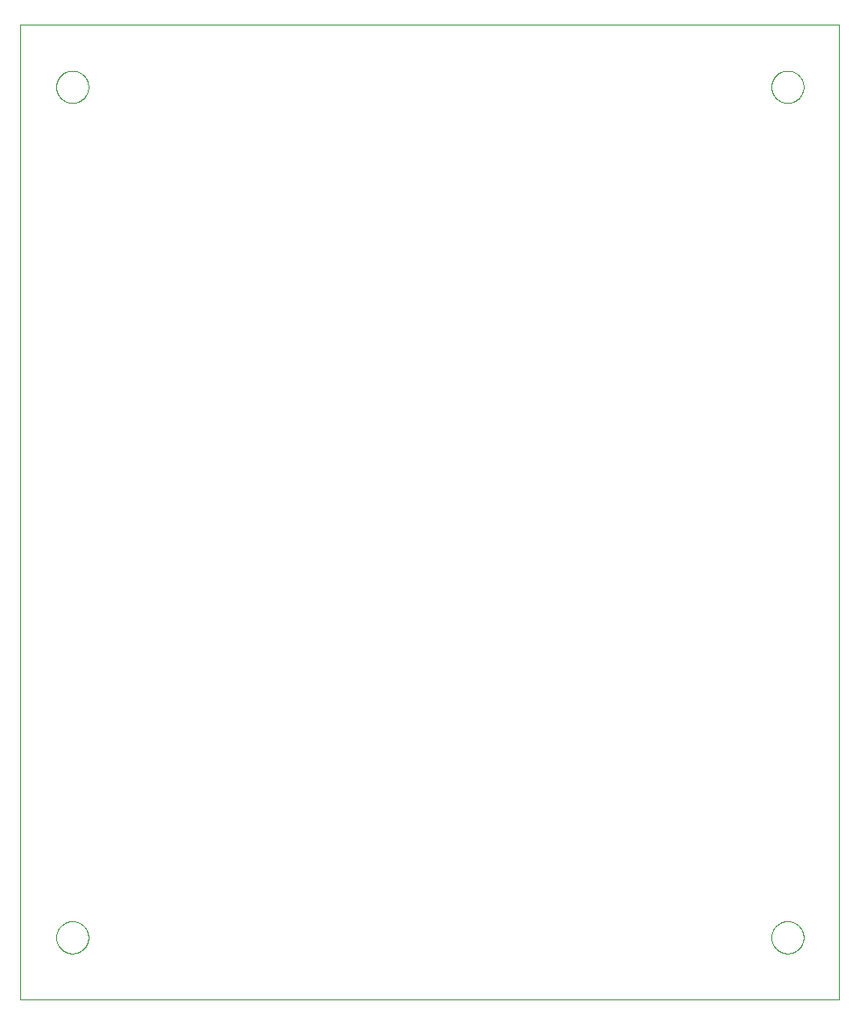
<source format=gko>
G75*
%MOIN*%
%OFA0B0*%
%FSLAX25Y25*%
%IPPOS*%
%LPD*%
%AMOC8*
5,1,8,0,0,1.08239X$1,22.5*
%
%ADD10C,0.00000*%
D10*
X0077633Y0118330D02*
X0077633Y0488409D01*
X0388657Y0488409D01*
X0388657Y0118330D01*
X0077633Y0118330D01*
X0091216Y0141952D02*
X0091218Y0142108D01*
X0091224Y0142264D01*
X0091234Y0142419D01*
X0091248Y0142574D01*
X0091266Y0142729D01*
X0091288Y0142883D01*
X0091313Y0143037D01*
X0091343Y0143190D01*
X0091377Y0143342D01*
X0091414Y0143494D01*
X0091455Y0143644D01*
X0091500Y0143793D01*
X0091549Y0143941D01*
X0091602Y0144088D01*
X0091658Y0144233D01*
X0091718Y0144377D01*
X0091782Y0144519D01*
X0091850Y0144660D01*
X0091921Y0144798D01*
X0091995Y0144935D01*
X0092073Y0145070D01*
X0092154Y0145203D01*
X0092239Y0145334D01*
X0092327Y0145463D01*
X0092418Y0145589D01*
X0092513Y0145713D01*
X0092610Y0145834D01*
X0092711Y0145953D01*
X0092815Y0146070D01*
X0092921Y0146183D01*
X0093031Y0146294D01*
X0093143Y0146402D01*
X0093258Y0146507D01*
X0093376Y0146610D01*
X0093496Y0146709D01*
X0093619Y0146805D01*
X0093744Y0146898D01*
X0093871Y0146987D01*
X0094001Y0147074D01*
X0094133Y0147157D01*
X0094267Y0147236D01*
X0094403Y0147313D01*
X0094541Y0147385D01*
X0094680Y0147455D01*
X0094822Y0147520D01*
X0094965Y0147582D01*
X0095109Y0147640D01*
X0095255Y0147695D01*
X0095403Y0147746D01*
X0095551Y0147793D01*
X0095701Y0147836D01*
X0095852Y0147875D01*
X0096004Y0147911D01*
X0096156Y0147942D01*
X0096310Y0147970D01*
X0096464Y0147994D01*
X0096618Y0148014D01*
X0096773Y0148030D01*
X0096929Y0148042D01*
X0097084Y0148050D01*
X0097240Y0148054D01*
X0097396Y0148054D01*
X0097552Y0148050D01*
X0097707Y0148042D01*
X0097863Y0148030D01*
X0098018Y0148014D01*
X0098172Y0147994D01*
X0098326Y0147970D01*
X0098480Y0147942D01*
X0098632Y0147911D01*
X0098784Y0147875D01*
X0098935Y0147836D01*
X0099085Y0147793D01*
X0099233Y0147746D01*
X0099381Y0147695D01*
X0099527Y0147640D01*
X0099671Y0147582D01*
X0099814Y0147520D01*
X0099956Y0147455D01*
X0100095Y0147385D01*
X0100233Y0147313D01*
X0100369Y0147236D01*
X0100503Y0147157D01*
X0100635Y0147074D01*
X0100765Y0146987D01*
X0100892Y0146898D01*
X0101017Y0146805D01*
X0101140Y0146709D01*
X0101260Y0146610D01*
X0101378Y0146507D01*
X0101493Y0146402D01*
X0101605Y0146294D01*
X0101715Y0146183D01*
X0101821Y0146070D01*
X0101925Y0145953D01*
X0102026Y0145834D01*
X0102123Y0145713D01*
X0102218Y0145589D01*
X0102309Y0145463D01*
X0102397Y0145334D01*
X0102482Y0145203D01*
X0102563Y0145070D01*
X0102641Y0144935D01*
X0102715Y0144798D01*
X0102786Y0144660D01*
X0102854Y0144519D01*
X0102918Y0144377D01*
X0102978Y0144233D01*
X0103034Y0144088D01*
X0103087Y0143941D01*
X0103136Y0143793D01*
X0103181Y0143644D01*
X0103222Y0143494D01*
X0103259Y0143342D01*
X0103293Y0143190D01*
X0103323Y0143037D01*
X0103348Y0142883D01*
X0103370Y0142729D01*
X0103388Y0142574D01*
X0103402Y0142419D01*
X0103412Y0142264D01*
X0103418Y0142108D01*
X0103420Y0141952D01*
X0103418Y0141796D01*
X0103412Y0141640D01*
X0103402Y0141485D01*
X0103388Y0141330D01*
X0103370Y0141175D01*
X0103348Y0141021D01*
X0103323Y0140867D01*
X0103293Y0140714D01*
X0103259Y0140562D01*
X0103222Y0140410D01*
X0103181Y0140260D01*
X0103136Y0140111D01*
X0103087Y0139963D01*
X0103034Y0139816D01*
X0102978Y0139671D01*
X0102918Y0139527D01*
X0102854Y0139385D01*
X0102786Y0139244D01*
X0102715Y0139106D01*
X0102641Y0138969D01*
X0102563Y0138834D01*
X0102482Y0138701D01*
X0102397Y0138570D01*
X0102309Y0138441D01*
X0102218Y0138315D01*
X0102123Y0138191D01*
X0102026Y0138070D01*
X0101925Y0137951D01*
X0101821Y0137834D01*
X0101715Y0137721D01*
X0101605Y0137610D01*
X0101493Y0137502D01*
X0101378Y0137397D01*
X0101260Y0137294D01*
X0101140Y0137195D01*
X0101017Y0137099D01*
X0100892Y0137006D01*
X0100765Y0136917D01*
X0100635Y0136830D01*
X0100503Y0136747D01*
X0100369Y0136668D01*
X0100233Y0136591D01*
X0100095Y0136519D01*
X0099956Y0136449D01*
X0099814Y0136384D01*
X0099671Y0136322D01*
X0099527Y0136264D01*
X0099381Y0136209D01*
X0099233Y0136158D01*
X0099085Y0136111D01*
X0098935Y0136068D01*
X0098784Y0136029D01*
X0098632Y0135993D01*
X0098480Y0135962D01*
X0098326Y0135934D01*
X0098172Y0135910D01*
X0098018Y0135890D01*
X0097863Y0135874D01*
X0097707Y0135862D01*
X0097552Y0135854D01*
X0097396Y0135850D01*
X0097240Y0135850D01*
X0097084Y0135854D01*
X0096929Y0135862D01*
X0096773Y0135874D01*
X0096618Y0135890D01*
X0096464Y0135910D01*
X0096310Y0135934D01*
X0096156Y0135962D01*
X0096004Y0135993D01*
X0095852Y0136029D01*
X0095701Y0136068D01*
X0095551Y0136111D01*
X0095403Y0136158D01*
X0095255Y0136209D01*
X0095109Y0136264D01*
X0094965Y0136322D01*
X0094822Y0136384D01*
X0094680Y0136449D01*
X0094541Y0136519D01*
X0094403Y0136591D01*
X0094267Y0136668D01*
X0094133Y0136747D01*
X0094001Y0136830D01*
X0093871Y0136917D01*
X0093744Y0137006D01*
X0093619Y0137099D01*
X0093496Y0137195D01*
X0093376Y0137294D01*
X0093258Y0137397D01*
X0093143Y0137502D01*
X0093031Y0137610D01*
X0092921Y0137721D01*
X0092815Y0137834D01*
X0092711Y0137951D01*
X0092610Y0138070D01*
X0092513Y0138191D01*
X0092418Y0138315D01*
X0092327Y0138441D01*
X0092239Y0138570D01*
X0092154Y0138701D01*
X0092073Y0138834D01*
X0091995Y0138969D01*
X0091921Y0139106D01*
X0091850Y0139244D01*
X0091782Y0139385D01*
X0091718Y0139527D01*
X0091658Y0139671D01*
X0091602Y0139816D01*
X0091549Y0139963D01*
X0091500Y0140111D01*
X0091455Y0140260D01*
X0091414Y0140410D01*
X0091377Y0140562D01*
X0091343Y0140714D01*
X0091313Y0140867D01*
X0091288Y0141021D01*
X0091266Y0141175D01*
X0091248Y0141330D01*
X0091234Y0141485D01*
X0091224Y0141640D01*
X0091218Y0141796D01*
X0091216Y0141952D01*
X0091216Y0464787D02*
X0091218Y0464943D01*
X0091224Y0465099D01*
X0091234Y0465254D01*
X0091248Y0465409D01*
X0091266Y0465564D01*
X0091288Y0465718D01*
X0091313Y0465872D01*
X0091343Y0466025D01*
X0091377Y0466177D01*
X0091414Y0466329D01*
X0091455Y0466479D01*
X0091500Y0466628D01*
X0091549Y0466776D01*
X0091602Y0466923D01*
X0091658Y0467068D01*
X0091718Y0467212D01*
X0091782Y0467354D01*
X0091850Y0467495D01*
X0091921Y0467633D01*
X0091995Y0467770D01*
X0092073Y0467905D01*
X0092154Y0468038D01*
X0092239Y0468169D01*
X0092327Y0468298D01*
X0092418Y0468424D01*
X0092513Y0468548D01*
X0092610Y0468669D01*
X0092711Y0468788D01*
X0092815Y0468905D01*
X0092921Y0469018D01*
X0093031Y0469129D01*
X0093143Y0469237D01*
X0093258Y0469342D01*
X0093376Y0469445D01*
X0093496Y0469544D01*
X0093619Y0469640D01*
X0093744Y0469733D01*
X0093871Y0469822D01*
X0094001Y0469909D01*
X0094133Y0469992D01*
X0094267Y0470071D01*
X0094403Y0470148D01*
X0094541Y0470220D01*
X0094680Y0470290D01*
X0094822Y0470355D01*
X0094965Y0470417D01*
X0095109Y0470475D01*
X0095255Y0470530D01*
X0095403Y0470581D01*
X0095551Y0470628D01*
X0095701Y0470671D01*
X0095852Y0470710D01*
X0096004Y0470746D01*
X0096156Y0470777D01*
X0096310Y0470805D01*
X0096464Y0470829D01*
X0096618Y0470849D01*
X0096773Y0470865D01*
X0096929Y0470877D01*
X0097084Y0470885D01*
X0097240Y0470889D01*
X0097396Y0470889D01*
X0097552Y0470885D01*
X0097707Y0470877D01*
X0097863Y0470865D01*
X0098018Y0470849D01*
X0098172Y0470829D01*
X0098326Y0470805D01*
X0098480Y0470777D01*
X0098632Y0470746D01*
X0098784Y0470710D01*
X0098935Y0470671D01*
X0099085Y0470628D01*
X0099233Y0470581D01*
X0099381Y0470530D01*
X0099527Y0470475D01*
X0099671Y0470417D01*
X0099814Y0470355D01*
X0099956Y0470290D01*
X0100095Y0470220D01*
X0100233Y0470148D01*
X0100369Y0470071D01*
X0100503Y0469992D01*
X0100635Y0469909D01*
X0100765Y0469822D01*
X0100892Y0469733D01*
X0101017Y0469640D01*
X0101140Y0469544D01*
X0101260Y0469445D01*
X0101378Y0469342D01*
X0101493Y0469237D01*
X0101605Y0469129D01*
X0101715Y0469018D01*
X0101821Y0468905D01*
X0101925Y0468788D01*
X0102026Y0468669D01*
X0102123Y0468548D01*
X0102218Y0468424D01*
X0102309Y0468298D01*
X0102397Y0468169D01*
X0102482Y0468038D01*
X0102563Y0467905D01*
X0102641Y0467770D01*
X0102715Y0467633D01*
X0102786Y0467495D01*
X0102854Y0467354D01*
X0102918Y0467212D01*
X0102978Y0467068D01*
X0103034Y0466923D01*
X0103087Y0466776D01*
X0103136Y0466628D01*
X0103181Y0466479D01*
X0103222Y0466329D01*
X0103259Y0466177D01*
X0103293Y0466025D01*
X0103323Y0465872D01*
X0103348Y0465718D01*
X0103370Y0465564D01*
X0103388Y0465409D01*
X0103402Y0465254D01*
X0103412Y0465099D01*
X0103418Y0464943D01*
X0103420Y0464787D01*
X0103418Y0464631D01*
X0103412Y0464475D01*
X0103402Y0464320D01*
X0103388Y0464165D01*
X0103370Y0464010D01*
X0103348Y0463856D01*
X0103323Y0463702D01*
X0103293Y0463549D01*
X0103259Y0463397D01*
X0103222Y0463245D01*
X0103181Y0463095D01*
X0103136Y0462946D01*
X0103087Y0462798D01*
X0103034Y0462651D01*
X0102978Y0462506D01*
X0102918Y0462362D01*
X0102854Y0462220D01*
X0102786Y0462079D01*
X0102715Y0461941D01*
X0102641Y0461804D01*
X0102563Y0461669D01*
X0102482Y0461536D01*
X0102397Y0461405D01*
X0102309Y0461276D01*
X0102218Y0461150D01*
X0102123Y0461026D01*
X0102026Y0460905D01*
X0101925Y0460786D01*
X0101821Y0460669D01*
X0101715Y0460556D01*
X0101605Y0460445D01*
X0101493Y0460337D01*
X0101378Y0460232D01*
X0101260Y0460129D01*
X0101140Y0460030D01*
X0101017Y0459934D01*
X0100892Y0459841D01*
X0100765Y0459752D01*
X0100635Y0459665D01*
X0100503Y0459582D01*
X0100369Y0459503D01*
X0100233Y0459426D01*
X0100095Y0459354D01*
X0099956Y0459284D01*
X0099814Y0459219D01*
X0099671Y0459157D01*
X0099527Y0459099D01*
X0099381Y0459044D01*
X0099233Y0458993D01*
X0099085Y0458946D01*
X0098935Y0458903D01*
X0098784Y0458864D01*
X0098632Y0458828D01*
X0098480Y0458797D01*
X0098326Y0458769D01*
X0098172Y0458745D01*
X0098018Y0458725D01*
X0097863Y0458709D01*
X0097707Y0458697D01*
X0097552Y0458689D01*
X0097396Y0458685D01*
X0097240Y0458685D01*
X0097084Y0458689D01*
X0096929Y0458697D01*
X0096773Y0458709D01*
X0096618Y0458725D01*
X0096464Y0458745D01*
X0096310Y0458769D01*
X0096156Y0458797D01*
X0096004Y0458828D01*
X0095852Y0458864D01*
X0095701Y0458903D01*
X0095551Y0458946D01*
X0095403Y0458993D01*
X0095255Y0459044D01*
X0095109Y0459099D01*
X0094965Y0459157D01*
X0094822Y0459219D01*
X0094680Y0459284D01*
X0094541Y0459354D01*
X0094403Y0459426D01*
X0094267Y0459503D01*
X0094133Y0459582D01*
X0094001Y0459665D01*
X0093871Y0459752D01*
X0093744Y0459841D01*
X0093619Y0459934D01*
X0093496Y0460030D01*
X0093376Y0460129D01*
X0093258Y0460232D01*
X0093143Y0460337D01*
X0093031Y0460445D01*
X0092921Y0460556D01*
X0092815Y0460669D01*
X0092711Y0460786D01*
X0092610Y0460905D01*
X0092513Y0461026D01*
X0092418Y0461150D01*
X0092327Y0461276D01*
X0092239Y0461405D01*
X0092154Y0461536D01*
X0092073Y0461669D01*
X0091995Y0461804D01*
X0091921Y0461941D01*
X0091850Y0462079D01*
X0091782Y0462220D01*
X0091718Y0462362D01*
X0091658Y0462506D01*
X0091602Y0462651D01*
X0091549Y0462798D01*
X0091500Y0462946D01*
X0091455Y0463095D01*
X0091414Y0463245D01*
X0091377Y0463397D01*
X0091343Y0463549D01*
X0091313Y0463702D01*
X0091288Y0463856D01*
X0091266Y0464010D01*
X0091248Y0464165D01*
X0091234Y0464320D01*
X0091224Y0464475D01*
X0091218Y0464631D01*
X0091216Y0464787D01*
X0362870Y0464787D02*
X0362872Y0464943D01*
X0362878Y0465099D01*
X0362888Y0465254D01*
X0362902Y0465409D01*
X0362920Y0465564D01*
X0362942Y0465718D01*
X0362967Y0465872D01*
X0362997Y0466025D01*
X0363031Y0466177D01*
X0363068Y0466329D01*
X0363109Y0466479D01*
X0363154Y0466628D01*
X0363203Y0466776D01*
X0363256Y0466923D01*
X0363312Y0467068D01*
X0363372Y0467212D01*
X0363436Y0467354D01*
X0363504Y0467495D01*
X0363575Y0467633D01*
X0363649Y0467770D01*
X0363727Y0467905D01*
X0363808Y0468038D01*
X0363893Y0468169D01*
X0363981Y0468298D01*
X0364072Y0468424D01*
X0364167Y0468548D01*
X0364264Y0468669D01*
X0364365Y0468788D01*
X0364469Y0468905D01*
X0364575Y0469018D01*
X0364685Y0469129D01*
X0364797Y0469237D01*
X0364912Y0469342D01*
X0365030Y0469445D01*
X0365150Y0469544D01*
X0365273Y0469640D01*
X0365398Y0469733D01*
X0365525Y0469822D01*
X0365655Y0469909D01*
X0365787Y0469992D01*
X0365921Y0470071D01*
X0366057Y0470148D01*
X0366195Y0470220D01*
X0366334Y0470290D01*
X0366476Y0470355D01*
X0366619Y0470417D01*
X0366763Y0470475D01*
X0366909Y0470530D01*
X0367057Y0470581D01*
X0367205Y0470628D01*
X0367355Y0470671D01*
X0367506Y0470710D01*
X0367658Y0470746D01*
X0367810Y0470777D01*
X0367964Y0470805D01*
X0368118Y0470829D01*
X0368272Y0470849D01*
X0368427Y0470865D01*
X0368583Y0470877D01*
X0368738Y0470885D01*
X0368894Y0470889D01*
X0369050Y0470889D01*
X0369206Y0470885D01*
X0369361Y0470877D01*
X0369517Y0470865D01*
X0369672Y0470849D01*
X0369826Y0470829D01*
X0369980Y0470805D01*
X0370134Y0470777D01*
X0370286Y0470746D01*
X0370438Y0470710D01*
X0370589Y0470671D01*
X0370739Y0470628D01*
X0370887Y0470581D01*
X0371035Y0470530D01*
X0371181Y0470475D01*
X0371325Y0470417D01*
X0371468Y0470355D01*
X0371610Y0470290D01*
X0371749Y0470220D01*
X0371887Y0470148D01*
X0372023Y0470071D01*
X0372157Y0469992D01*
X0372289Y0469909D01*
X0372419Y0469822D01*
X0372546Y0469733D01*
X0372671Y0469640D01*
X0372794Y0469544D01*
X0372914Y0469445D01*
X0373032Y0469342D01*
X0373147Y0469237D01*
X0373259Y0469129D01*
X0373369Y0469018D01*
X0373475Y0468905D01*
X0373579Y0468788D01*
X0373680Y0468669D01*
X0373777Y0468548D01*
X0373872Y0468424D01*
X0373963Y0468298D01*
X0374051Y0468169D01*
X0374136Y0468038D01*
X0374217Y0467905D01*
X0374295Y0467770D01*
X0374369Y0467633D01*
X0374440Y0467495D01*
X0374508Y0467354D01*
X0374572Y0467212D01*
X0374632Y0467068D01*
X0374688Y0466923D01*
X0374741Y0466776D01*
X0374790Y0466628D01*
X0374835Y0466479D01*
X0374876Y0466329D01*
X0374913Y0466177D01*
X0374947Y0466025D01*
X0374977Y0465872D01*
X0375002Y0465718D01*
X0375024Y0465564D01*
X0375042Y0465409D01*
X0375056Y0465254D01*
X0375066Y0465099D01*
X0375072Y0464943D01*
X0375074Y0464787D01*
X0375072Y0464631D01*
X0375066Y0464475D01*
X0375056Y0464320D01*
X0375042Y0464165D01*
X0375024Y0464010D01*
X0375002Y0463856D01*
X0374977Y0463702D01*
X0374947Y0463549D01*
X0374913Y0463397D01*
X0374876Y0463245D01*
X0374835Y0463095D01*
X0374790Y0462946D01*
X0374741Y0462798D01*
X0374688Y0462651D01*
X0374632Y0462506D01*
X0374572Y0462362D01*
X0374508Y0462220D01*
X0374440Y0462079D01*
X0374369Y0461941D01*
X0374295Y0461804D01*
X0374217Y0461669D01*
X0374136Y0461536D01*
X0374051Y0461405D01*
X0373963Y0461276D01*
X0373872Y0461150D01*
X0373777Y0461026D01*
X0373680Y0460905D01*
X0373579Y0460786D01*
X0373475Y0460669D01*
X0373369Y0460556D01*
X0373259Y0460445D01*
X0373147Y0460337D01*
X0373032Y0460232D01*
X0372914Y0460129D01*
X0372794Y0460030D01*
X0372671Y0459934D01*
X0372546Y0459841D01*
X0372419Y0459752D01*
X0372289Y0459665D01*
X0372157Y0459582D01*
X0372023Y0459503D01*
X0371887Y0459426D01*
X0371749Y0459354D01*
X0371610Y0459284D01*
X0371468Y0459219D01*
X0371325Y0459157D01*
X0371181Y0459099D01*
X0371035Y0459044D01*
X0370887Y0458993D01*
X0370739Y0458946D01*
X0370589Y0458903D01*
X0370438Y0458864D01*
X0370286Y0458828D01*
X0370134Y0458797D01*
X0369980Y0458769D01*
X0369826Y0458745D01*
X0369672Y0458725D01*
X0369517Y0458709D01*
X0369361Y0458697D01*
X0369206Y0458689D01*
X0369050Y0458685D01*
X0368894Y0458685D01*
X0368738Y0458689D01*
X0368583Y0458697D01*
X0368427Y0458709D01*
X0368272Y0458725D01*
X0368118Y0458745D01*
X0367964Y0458769D01*
X0367810Y0458797D01*
X0367658Y0458828D01*
X0367506Y0458864D01*
X0367355Y0458903D01*
X0367205Y0458946D01*
X0367057Y0458993D01*
X0366909Y0459044D01*
X0366763Y0459099D01*
X0366619Y0459157D01*
X0366476Y0459219D01*
X0366334Y0459284D01*
X0366195Y0459354D01*
X0366057Y0459426D01*
X0365921Y0459503D01*
X0365787Y0459582D01*
X0365655Y0459665D01*
X0365525Y0459752D01*
X0365398Y0459841D01*
X0365273Y0459934D01*
X0365150Y0460030D01*
X0365030Y0460129D01*
X0364912Y0460232D01*
X0364797Y0460337D01*
X0364685Y0460445D01*
X0364575Y0460556D01*
X0364469Y0460669D01*
X0364365Y0460786D01*
X0364264Y0460905D01*
X0364167Y0461026D01*
X0364072Y0461150D01*
X0363981Y0461276D01*
X0363893Y0461405D01*
X0363808Y0461536D01*
X0363727Y0461669D01*
X0363649Y0461804D01*
X0363575Y0461941D01*
X0363504Y0462079D01*
X0363436Y0462220D01*
X0363372Y0462362D01*
X0363312Y0462506D01*
X0363256Y0462651D01*
X0363203Y0462798D01*
X0363154Y0462946D01*
X0363109Y0463095D01*
X0363068Y0463245D01*
X0363031Y0463397D01*
X0362997Y0463549D01*
X0362967Y0463702D01*
X0362942Y0463856D01*
X0362920Y0464010D01*
X0362902Y0464165D01*
X0362888Y0464320D01*
X0362878Y0464475D01*
X0362872Y0464631D01*
X0362870Y0464787D01*
X0362870Y0141952D02*
X0362872Y0142108D01*
X0362878Y0142264D01*
X0362888Y0142419D01*
X0362902Y0142574D01*
X0362920Y0142729D01*
X0362942Y0142883D01*
X0362967Y0143037D01*
X0362997Y0143190D01*
X0363031Y0143342D01*
X0363068Y0143494D01*
X0363109Y0143644D01*
X0363154Y0143793D01*
X0363203Y0143941D01*
X0363256Y0144088D01*
X0363312Y0144233D01*
X0363372Y0144377D01*
X0363436Y0144519D01*
X0363504Y0144660D01*
X0363575Y0144798D01*
X0363649Y0144935D01*
X0363727Y0145070D01*
X0363808Y0145203D01*
X0363893Y0145334D01*
X0363981Y0145463D01*
X0364072Y0145589D01*
X0364167Y0145713D01*
X0364264Y0145834D01*
X0364365Y0145953D01*
X0364469Y0146070D01*
X0364575Y0146183D01*
X0364685Y0146294D01*
X0364797Y0146402D01*
X0364912Y0146507D01*
X0365030Y0146610D01*
X0365150Y0146709D01*
X0365273Y0146805D01*
X0365398Y0146898D01*
X0365525Y0146987D01*
X0365655Y0147074D01*
X0365787Y0147157D01*
X0365921Y0147236D01*
X0366057Y0147313D01*
X0366195Y0147385D01*
X0366334Y0147455D01*
X0366476Y0147520D01*
X0366619Y0147582D01*
X0366763Y0147640D01*
X0366909Y0147695D01*
X0367057Y0147746D01*
X0367205Y0147793D01*
X0367355Y0147836D01*
X0367506Y0147875D01*
X0367658Y0147911D01*
X0367810Y0147942D01*
X0367964Y0147970D01*
X0368118Y0147994D01*
X0368272Y0148014D01*
X0368427Y0148030D01*
X0368583Y0148042D01*
X0368738Y0148050D01*
X0368894Y0148054D01*
X0369050Y0148054D01*
X0369206Y0148050D01*
X0369361Y0148042D01*
X0369517Y0148030D01*
X0369672Y0148014D01*
X0369826Y0147994D01*
X0369980Y0147970D01*
X0370134Y0147942D01*
X0370286Y0147911D01*
X0370438Y0147875D01*
X0370589Y0147836D01*
X0370739Y0147793D01*
X0370887Y0147746D01*
X0371035Y0147695D01*
X0371181Y0147640D01*
X0371325Y0147582D01*
X0371468Y0147520D01*
X0371610Y0147455D01*
X0371749Y0147385D01*
X0371887Y0147313D01*
X0372023Y0147236D01*
X0372157Y0147157D01*
X0372289Y0147074D01*
X0372419Y0146987D01*
X0372546Y0146898D01*
X0372671Y0146805D01*
X0372794Y0146709D01*
X0372914Y0146610D01*
X0373032Y0146507D01*
X0373147Y0146402D01*
X0373259Y0146294D01*
X0373369Y0146183D01*
X0373475Y0146070D01*
X0373579Y0145953D01*
X0373680Y0145834D01*
X0373777Y0145713D01*
X0373872Y0145589D01*
X0373963Y0145463D01*
X0374051Y0145334D01*
X0374136Y0145203D01*
X0374217Y0145070D01*
X0374295Y0144935D01*
X0374369Y0144798D01*
X0374440Y0144660D01*
X0374508Y0144519D01*
X0374572Y0144377D01*
X0374632Y0144233D01*
X0374688Y0144088D01*
X0374741Y0143941D01*
X0374790Y0143793D01*
X0374835Y0143644D01*
X0374876Y0143494D01*
X0374913Y0143342D01*
X0374947Y0143190D01*
X0374977Y0143037D01*
X0375002Y0142883D01*
X0375024Y0142729D01*
X0375042Y0142574D01*
X0375056Y0142419D01*
X0375066Y0142264D01*
X0375072Y0142108D01*
X0375074Y0141952D01*
X0375072Y0141796D01*
X0375066Y0141640D01*
X0375056Y0141485D01*
X0375042Y0141330D01*
X0375024Y0141175D01*
X0375002Y0141021D01*
X0374977Y0140867D01*
X0374947Y0140714D01*
X0374913Y0140562D01*
X0374876Y0140410D01*
X0374835Y0140260D01*
X0374790Y0140111D01*
X0374741Y0139963D01*
X0374688Y0139816D01*
X0374632Y0139671D01*
X0374572Y0139527D01*
X0374508Y0139385D01*
X0374440Y0139244D01*
X0374369Y0139106D01*
X0374295Y0138969D01*
X0374217Y0138834D01*
X0374136Y0138701D01*
X0374051Y0138570D01*
X0373963Y0138441D01*
X0373872Y0138315D01*
X0373777Y0138191D01*
X0373680Y0138070D01*
X0373579Y0137951D01*
X0373475Y0137834D01*
X0373369Y0137721D01*
X0373259Y0137610D01*
X0373147Y0137502D01*
X0373032Y0137397D01*
X0372914Y0137294D01*
X0372794Y0137195D01*
X0372671Y0137099D01*
X0372546Y0137006D01*
X0372419Y0136917D01*
X0372289Y0136830D01*
X0372157Y0136747D01*
X0372023Y0136668D01*
X0371887Y0136591D01*
X0371749Y0136519D01*
X0371610Y0136449D01*
X0371468Y0136384D01*
X0371325Y0136322D01*
X0371181Y0136264D01*
X0371035Y0136209D01*
X0370887Y0136158D01*
X0370739Y0136111D01*
X0370589Y0136068D01*
X0370438Y0136029D01*
X0370286Y0135993D01*
X0370134Y0135962D01*
X0369980Y0135934D01*
X0369826Y0135910D01*
X0369672Y0135890D01*
X0369517Y0135874D01*
X0369361Y0135862D01*
X0369206Y0135854D01*
X0369050Y0135850D01*
X0368894Y0135850D01*
X0368738Y0135854D01*
X0368583Y0135862D01*
X0368427Y0135874D01*
X0368272Y0135890D01*
X0368118Y0135910D01*
X0367964Y0135934D01*
X0367810Y0135962D01*
X0367658Y0135993D01*
X0367506Y0136029D01*
X0367355Y0136068D01*
X0367205Y0136111D01*
X0367057Y0136158D01*
X0366909Y0136209D01*
X0366763Y0136264D01*
X0366619Y0136322D01*
X0366476Y0136384D01*
X0366334Y0136449D01*
X0366195Y0136519D01*
X0366057Y0136591D01*
X0365921Y0136668D01*
X0365787Y0136747D01*
X0365655Y0136830D01*
X0365525Y0136917D01*
X0365398Y0137006D01*
X0365273Y0137099D01*
X0365150Y0137195D01*
X0365030Y0137294D01*
X0364912Y0137397D01*
X0364797Y0137502D01*
X0364685Y0137610D01*
X0364575Y0137721D01*
X0364469Y0137834D01*
X0364365Y0137951D01*
X0364264Y0138070D01*
X0364167Y0138191D01*
X0364072Y0138315D01*
X0363981Y0138441D01*
X0363893Y0138570D01*
X0363808Y0138701D01*
X0363727Y0138834D01*
X0363649Y0138969D01*
X0363575Y0139106D01*
X0363504Y0139244D01*
X0363436Y0139385D01*
X0363372Y0139527D01*
X0363312Y0139671D01*
X0363256Y0139816D01*
X0363203Y0139963D01*
X0363154Y0140111D01*
X0363109Y0140260D01*
X0363068Y0140410D01*
X0363031Y0140562D01*
X0362997Y0140714D01*
X0362967Y0140867D01*
X0362942Y0141021D01*
X0362920Y0141175D01*
X0362902Y0141330D01*
X0362888Y0141485D01*
X0362878Y0141640D01*
X0362872Y0141796D01*
X0362870Y0141952D01*
M02*

</source>
